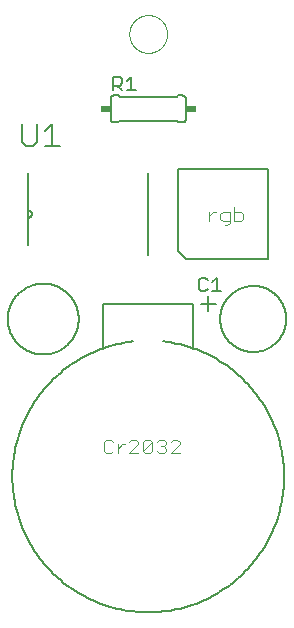
<source format=gto>
G75*
%MOIN*%
%OFA0B0*%
%FSLAX25Y25*%
%IPPOS*%
%LPD*%
%AMOC8*
5,1,8,0,0,1.08239X$1,22.5*
%
%ADD10C,0.00000*%
%ADD11C,0.00600*%
%ADD12C,0.00500*%
%ADD13R,0.03400X0.02400*%
%ADD14C,0.00800*%
%ADD15C,0.00400*%
D10*
X0045561Y0196800D02*
X0045563Y0196958D01*
X0045569Y0197116D01*
X0045579Y0197274D01*
X0045593Y0197432D01*
X0045611Y0197589D01*
X0045632Y0197746D01*
X0045658Y0197902D01*
X0045688Y0198058D01*
X0045721Y0198213D01*
X0045759Y0198366D01*
X0045800Y0198519D01*
X0045845Y0198671D01*
X0045894Y0198822D01*
X0045947Y0198971D01*
X0046003Y0199119D01*
X0046063Y0199265D01*
X0046127Y0199410D01*
X0046195Y0199553D01*
X0046266Y0199695D01*
X0046340Y0199835D01*
X0046418Y0199972D01*
X0046500Y0200108D01*
X0046584Y0200242D01*
X0046673Y0200373D01*
X0046764Y0200502D01*
X0046859Y0200629D01*
X0046956Y0200754D01*
X0047057Y0200876D01*
X0047161Y0200995D01*
X0047268Y0201112D01*
X0047378Y0201226D01*
X0047491Y0201337D01*
X0047606Y0201446D01*
X0047724Y0201551D01*
X0047845Y0201653D01*
X0047968Y0201753D01*
X0048094Y0201849D01*
X0048222Y0201942D01*
X0048352Y0202032D01*
X0048485Y0202118D01*
X0048620Y0202202D01*
X0048756Y0202281D01*
X0048895Y0202358D01*
X0049036Y0202430D01*
X0049178Y0202500D01*
X0049322Y0202565D01*
X0049468Y0202627D01*
X0049615Y0202685D01*
X0049764Y0202740D01*
X0049914Y0202791D01*
X0050065Y0202838D01*
X0050217Y0202881D01*
X0050370Y0202920D01*
X0050525Y0202956D01*
X0050680Y0202987D01*
X0050836Y0203015D01*
X0050992Y0203039D01*
X0051149Y0203059D01*
X0051307Y0203075D01*
X0051464Y0203087D01*
X0051623Y0203095D01*
X0051781Y0203099D01*
X0051939Y0203099D01*
X0052097Y0203095D01*
X0052256Y0203087D01*
X0052413Y0203075D01*
X0052571Y0203059D01*
X0052728Y0203039D01*
X0052884Y0203015D01*
X0053040Y0202987D01*
X0053195Y0202956D01*
X0053350Y0202920D01*
X0053503Y0202881D01*
X0053655Y0202838D01*
X0053806Y0202791D01*
X0053956Y0202740D01*
X0054105Y0202685D01*
X0054252Y0202627D01*
X0054398Y0202565D01*
X0054542Y0202500D01*
X0054684Y0202430D01*
X0054825Y0202358D01*
X0054964Y0202281D01*
X0055100Y0202202D01*
X0055235Y0202118D01*
X0055368Y0202032D01*
X0055498Y0201942D01*
X0055626Y0201849D01*
X0055752Y0201753D01*
X0055875Y0201653D01*
X0055996Y0201551D01*
X0056114Y0201446D01*
X0056229Y0201337D01*
X0056342Y0201226D01*
X0056452Y0201112D01*
X0056559Y0200995D01*
X0056663Y0200876D01*
X0056764Y0200754D01*
X0056861Y0200629D01*
X0056956Y0200502D01*
X0057047Y0200373D01*
X0057136Y0200242D01*
X0057220Y0200108D01*
X0057302Y0199972D01*
X0057380Y0199835D01*
X0057454Y0199695D01*
X0057525Y0199553D01*
X0057593Y0199410D01*
X0057657Y0199265D01*
X0057717Y0199119D01*
X0057773Y0198971D01*
X0057826Y0198822D01*
X0057875Y0198671D01*
X0057920Y0198519D01*
X0057961Y0198366D01*
X0057999Y0198213D01*
X0058032Y0198058D01*
X0058062Y0197902D01*
X0058088Y0197746D01*
X0058109Y0197589D01*
X0058127Y0197432D01*
X0058141Y0197274D01*
X0058151Y0197116D01*
X0058157Y0196958D01*
X0058159Y0196800D01*
X0058157Y0196642D01*
X0058151Y0196484D01*
X0058141Y0196326D01*
X0058127Y0196168D01*
X0058109Y0196011D01*
X0058088Y0195854D01*
X0058062Y0195698D01*
X0058032Y0195542D01*
X0057999Y0195387D01*
X0057961Y0195234D01*
X0057920Y0195081D01*
X0057875Y0194929D01*
X0057826Y0194778D01*
X0057773Y0194629D01*
X0057717Y0194481D01*
X0057657Y0194335D01*
X0057593Y0194190D01*
X0057525Y0194047D01*
X0057454Y0193905D01*
X0057380Y0193765D01*
X0057302Y0193628D01*
X0057220Y0193492D01*
X0057136Y0193358D01*
X0057047Y0193227D01*
X0056956Y0193098D01*
X0056861Y0192971D01*
X0056764Y0192846D01*
X0056663Y0192724D01*
X0056559Y0192605D01*
X0056452Y0192488D01*
X0056342Y0192374D01*
X0056229Y0192263D01*
X0056114Y0192154D01*
X0055996Y0192049D01*
X0055875Y0191947D01*
X0055752Y0191847D01*
X0055626Y0191751D01*
X0055498Y0191658D01*
X0055368Y0191568D01*
X0055235Y0191482D01*
X0055100Y0191398D01*
X0054964Y0191319D01*
X0054825Y0191242D01*
X0054684Y0191170D01*
X0054542Y0191100D01*
X0054398Y0191035D01*
X0054252Y0190973D01*
X0054105Y0190915D01*
X0053956Y0190860D01*
X0053806Y0190809D01*
X0053655Y0190762D01*
X0053503Y0190719D01*
X0053350Y0190680D01*
X0053195Y0190644D01*
X0053040Y0190613D01*
X0052884Y0190585D01*
X0052728Y0190561D01*
X0052571Y0190541D01*
X0052413Y0190525D01*
X0052256Y0190513D01*
X0052097Y0190505D01*
X0051939Y0190501D01*
X0051781Y0190501D01*
X0051623Y0190505D01*
X0051464Y0190513D01*
X0051307Y0190525D01*
X0051149Y0190541D01*
X0050992Y0190561D01*
X0050836Y0190585D01*
X0050680Y0190613D01*
X0050525Y0190644D01*
X0050370Y0190680D01*
X0050217Y0190719D01*
X0050065Y0190762D01*
X0049914Y0190809D01*
X0049764Y0190860D01*
X0049615Y0190915D01*
X0049468Y0190973D01*
X0049322Y0191035D01*
X0049178Y0191100D01*
X0049036Y0191170D01*
X0048895Y0191242D01*
X0048756Y0191319D01*
X0048620Y0191398D01*
X0048485Y0191482D01*
X0048352Y0191568D01*
X0048222Y0191658D01*
X0048094Y0191751D01*
X0047968Y0191847D01*
X0047845Y0191947D01*
X0047724Y0192049D01*
X0047606Y0192154D01*
X0047491Y0192263D01*
X0047378Y0192374D01*
X0047268Y0192488D01*
X0047161Y0192605D01*
X0047057Y0192724D01*
X0046956Y0192846D01*
X0046859Y0192971D01*
X0046764Y0193098D01*
X0046673Y0193227D01*
X0046584Y0193358D01*
X0046500Y0193492D01*
X0046418Y0193628D01*
X0046340Y0193765D01*
X0046266Y0193905D01*
X0046195Y0194047D01*
X0046127Y0194190D01*
X0046063Y0194335D01*
X0046003Y0194481D01*
X0045947Y0194629D01*
X0045894Y0194778D01*
X0045845Y0194929D01*
X0045800Y0195081D01*
X0045759Y0195234D01*
X0045721Y0195387D01*
X0045688Y0195542D01*
X0045658Y0195698D01*
X0045632Y0195854D01*
X0045611Y0196011D01*
X0045593Y0196168D01*
X0045579Y0196326D01*
X0045569Y0196484D01*
X0045563Y0196642D01*
X0045561Y0196800D01*
D11*
X0041860Y0176300D02*
X0040360Y0176300D01*
X0040300Y0176298D01*
X0040239Y0176293D01*
X0040180Y0176284D01*
X0040121Y0176271D01*
X0040062Y0176255D01*
X0040005Y0176235D01*
X0039950Y0176212D01*
X0039895Y0176185D01*
X0039843Y0176156D01*
X0039792Y0176123D01*
X0039743Y0176087D01*
X0039697Y0176049D01*
X0039653Y0176007D01*
X0039611Y0175963D01*
X0039573Y0175917D01*
X0039537Y0175868D01*
X0039504Y0175817D01*
X0039475Y0175765D01*
X0039448Y0175710D01*
X0039425Y0175655D01*
X0039405Y0175598D01*
X0039389Y0175539D01*
X0039376Y0175480D01*
X0039367Y0175421D01*
X0039362Y0175360D01*
X0039360Y0175300D01*
X0039360Y0168300D01*
X0039362Y0168240D01*
X0039367Y0168179D01*
X0039376Y0168120D01*
X0039389Y0168061D01*
X0039405Y0168002D01*
X0039425Y0167945D01*
X0039448Y0167890D01*
X0039475Y0167835D01*
X0039504Y0167783D01*
X0039537Y0167732D01*
X0039573Y0167683D01*
X0039611Y0167637D01*
X0039653Y0167593D01*
X0039697Y0167551D01*
X0039743Y0167513D01*
X0039792Y0167477D01*
X0039843Y0167444D01*
X0039895Y0167415D01*
X0039950Y0167388D01*
X0040005Y0167365D01*
X0040062Y0167345D01*
X0040121Y0167329D01*
X0040180Y0167316D01*
X0040239Y0167307D01*
X0040300Y0167302D01*
X0040360Y0167300D01*
X0041860Y0167300D01*
X0042360Y0167800D01*
X0061360Y0167800D01*
X0061860Y0167300D01*
X0063360Y0167300D01*
X0063420Y0167302D01*
X0063481Y0167307D01*
X0063540Y0167316D01*
X0063599Y0167329D01*
X0063658Y0167345D01*
X0063715Y0167365D01*
X0063770Y0167388D01*
X0063825Y0167415D01*
X0063877Y0167444D01*
X0063928Y0167477D01*
X0063977Y0167513D01*
X0064023Y0167551D01*
X0064067Y0167593D01*
X0064109Y0167637D01*
X0064147Y0167683D01*
X0064183Y0167732D01*
X0064216Y0167783D01*
X0064245Y0167835D01*
X0064272Y0167890D01*
X0064295Y0167945D01*
X0064315Y0168002D01*
X0064331Y0168061D01*
X0064344Y0168120D01*
X0064353Y0168179D01*
X0064358Y0168240D01*
X0064360Y0168300D01*
X0064360Y0175300D01*
X0064358Y0175360D01*
X0064353Y0175421D01*
X0064344Y0175480D01*
X0064331Y0175539D01*
X0064315Y0175598D01*
X0064295Y0175655D01*
X0064272Y0175710D01*
X0064245Y0175765D01*
X0064216Y0175817D01*
X0064183Y0175868D01*
X0064147Y0175917D01*
X0064109Y0175963D01*
X0064067Y0176007D01*
X0064023Y0176049D01*
X0063977Y0176087D01*
X0063928Y0176123D01*
X0063877Y0176156D01*
X0063825Y0176185D01*
X0063770Y0176212D01*
X0063715Y0176235D01*
X0063658Y0176255D01*
X0063599Y0176271D01*
X0063540Y0176284D01*
X0063481Y0176293D01*
X0063420Y0176298D01*
X0063360Y0176300D01*
X0061860Y0176300D01*
X0061360Y0175800D01*
X0042360Y0175800D01*
X0041860Y0176300D01*
X0051860Y0150500D02*
X0051860Y0123100D01*
X0075860Y0101800D02*
X0075863Y0102070D01*
X0075873Y0102340D01*
X0075890Y0102609D01*
X0075913Y0102878D01*
X0075943Y0103147D01*
X0075979Y0103414D01*
X0076022Y0103681D01*
X0076071Y0103946D01*
X0076127Y0104210D01*
X0076190Y0104473D01*
X0076258Y0104734D01*
X0076334Y0104993D01*
X0076415Y0105250D01*
X0076503Y0105506D01*
X0076597Y0105759D01*
X0076697Y0106010D01*
X0076804Y0106258D01*
X0076916Y0106503D01*
X0077035Y0106746D01*
X0077159Y0106985D01*
X0077289Y0107222D01*
X0077425Y0107455D01*
X0077567Y0107685D01*
X0077714Y0107911D01*
X0077867Y0108134D01*
X0078025Y0108353D01*
X0078188Y0108568D01*
X0078357Y0108778D01*
X0078531Y0108985D01*
X0078710Y0109187D01*
X0078893Y0109385D01*
X0079082Y0109578D01*
X0079275Y0109767D01*
X0079473Y0109950D01*
X0079675Y0110129D01*
X0079882Y0110303D01*
X0080092Y0110472D01*
X0080307Y0110635D01*
X0080526Y0110793D01*
X0080749Y0110946D01*
X0080975Y0111093D01*
X0081205Y0111235D01*
X0081438Y0111371D01*
X0081675Y0111501D01*
X0081914Y0111625D01*
X0082157Y0111744D01*
X0082402Y0111856D01*
X0082650Y0111963D01*
X0082901Y0112063D01*
X0083154Y0112157D01*
X0083410Y0112245D01*
X0083667Y0112326D01*
X0083926Y0112402D01*
X0084187Y0112470D01*
X0084450Y0112533D01*
X0084714Y0112589D01*
X0084979Y0112638D01*
X0085246Y0112681D01*
X0085513Y0112717D01*
X0085782Y0112747D01*
X0086051Y0112770D01*
X0086320Y0112787D01*
X0086590Y0112797D01*
X0086860Y0112800D01*
X0087130Y0112797D01*
X0087400Y0112787D01*
X0087669Y0112770D01*
X0087938Y0112747D01*
X0088207Y0112717D01*
X0088474Y0112681D01*
X0088741Y0112638D01*
X0089006Y0112589D01*
X0089270Y0112533D01*
X0089533Y0112470D01*
X0089794Y0112402D01*
X0090053Y0112326D01*
X0090310Y0112245D01*
X0090566Y0112157D01*
X0090819Y0112063D01*
X0091070Y0111963D01*
X0091318Y0111856D01*
X0091563Y0111744D01*
X0091806Y0111625D01*
X0092045Y0111501D01*
X0092282Y0111371D01*
X0092515Y0111235D01*
X0092745Y0111093D01*
X0092971Y0110946D01*
X0093194Y0110793D01*
X0093413Y0110635D01*
X0093628Y0110472D01*
X0093838Y0110303D01*
X0094045Y0110129D01*
X0094247Y0109950D01*
X0094445Y0109767D01*
X0094638Y0109578D01*
X0094827Y0109385D01*
X0095010Y0109187D01*
X0095189Y0108985D01*
X0095363Y0108778D01*
X0095532Y0108568D01*
X0095695Y0108353D01*
X0095853Y0108134D01*
X0096006Y0107911D01*
X0096153Y0107685D01*
X0096295Y0107455D01*
X0096431Y0107222D01*
X0096561Y0106985D01*
X0096685Y0106746D01*
X0096804Y0106503D01*
X0096916Y0106258D01*
X0097023Y0106010D01*
X0097123Y0105759D01*
X0097217Y0105506D01*
X0097305Y0105250D01*
X0097386Y0104993D01*
X0097462Y0104734D01*
X0097530Y0104473D01*
X0097593Y0104210D01*
X0097649Y0103946D01*
X0097698Y0103681D01*
X0097741Y0103414D01*
X0097777Y0103147D01*
X0097807Y0102878D01*
X0097830Y0102609D01*
X0097847Y0102340D01*
X0097857Y0102070D01*
X0097860Y0101800D01*
X0097857Y0101530D01*
X0097847Y0101260D01*
X0097830Y0100991D01*
X0097807Y0100722D01*
X0097777Y0100453D01*
X0097741Y0100186D01*
X0097698Y0099919D01*
X0097649Y0099654D01*
X0097593Y0099390D01*
X0097530Y0099127D01*
X0097462Y0098866D01*
X0097386Y0098607D01*
X0097305Y0098350D01*
X0097217Y0098094D01*
X0097123Y0097841D01*
X0097023Y0097590D01*
X0096916Y0097342D01*
X0096804Y0097097D01*
X0096685Y0096854D01*
X0096561Y0096615D01*
X0096431Y0096378D01*
X0096295Y0096145D01*
X0096153Y0095915D01*
X0096006Y0095689D01*
X0095853Y0095466D01*
X0095695Y0095247D01*
X0095532Y0095032D01*
X0095363Y0094822D01*
X0095189Y0094615D01*
X0095010Y0094413D01*
X0094827Y0094215D01*
X0094638Y0094022D01*
X0094445Y0093833D01*
X0094247Y0093650D01*
X0094045Y0093471D01*
X0093838Y0093297D01*
X0093628Y0093128D01*
X0093413Y0092965D01*
X0093194Y0092807D01*
X0092971Y0092654D01*
X0092745Y0092507D01*
X0092515Y0092365D01*
X0092282Y0092229D01*
X0092045Y0092099D01*
X0091806Y0091975D01*
X0091563Y0091856D01*
X0091318Y0091744D01*
X0091070Y0091637D01*
X0090819Y0091537D01*
X0090566Y0091443D01*
X0090310Y0091355D01*
X0090053Y0091274D01*
X0089794Y0091198D01*
X0089533Y0091130D01*
X0089270Y0091067D01*
X0089006Y0091011D01*
X0088741Y0090962D01*
X0088474Y0090919D01*
X0088207Y0090883D01*
X0087938Y0090853D01*
X0087669Y0090830D01*
X0087400Y0090813D01*
X0087130Y0090803D01*
X0086860Y0090800D01*
X0086590Y0090803D01*
X0086320Y0090813D01*
X0086051Y0090830D01*
X0085782Y0090853D01*
X0085513Y0090883D01*
X0085246Y0090919D01*
X0084979Y0090962D01*
X0084714Y0091011D01*
X0084450Y0091067D01*
X0084187Y0091130D01*
X0083926Y0091198D01*
X0083667Y0091274D01*
X0083410Y0091355D01*
X0083154Y0091443D01*
X0082901Y0091537D01*
X0082650Y0091637D01*
X0082402Y0091744D01*
X0082157Y0091856D01*
X0081914Y0091975D01*
X0081675Y0092099D01*
X0081438Y0092229D01*
X0081205Y0092365D01*
X0080975Y0092507D01*
X0080749Y0092654D01*
X0080526Y0092807D01*
X0080307Y0092965D01*
X0080092Y0093128D01*
X0079882Y0093297D01*
X0079675Y0093471D01*
X0079473Y0093650D01*
X0079275Y0093833D01*
X0079082Y0094022D01*
X0078893Y0094215D01*
X0078710Y0094413D01*
X0078531Y0094615D01*
X0078357Y0094822D01*
X0078188Y0095032D01*
X0078025Y0095247D01*
X0077867Y0095466D01*
X0077714Y0095689D01*
X0077567Y0095915D01*
X0077425Y0096145D01*
X0077289Y0096378D01*
X0077159Y0096615D01*
X0077035Y0096854D01*
X0076916Y0097097D01*
X0076804Y0097342D01*
X0076697Y0097590D01*
X0076597Y0097841D01*
X0076503Y0098094D01*
X0076415Y0098350D01*
X0076334Y0098607D01*
X0076258Y0098866D01*
X0076190Y0099127D01*
X0076127Y0099390D01*
X0076071Y0099654D01*
X0076022Y0099919D01*
X0075979Y0100186D01*
X0075943Y0100453D01*
X0075913Y0100722D01*
X0075890Y0100991D01*
X0075873Y0101260D01*
X0075863Y0101530D01*
X0075860Y0101800D01*
X0011860Y0126300D02*
X0011860Y0135600D01*
X0011860Y0138000D01*
X0011860Y0150500D01*
X0011860Y0138000D02*
X0011929Y0137998D01*
X0011997Y0137992D01*
X0012065Y0137982D01*
X0012132Y0137969D01*
X0012198Y0137951D01*
X0012263Y0137930D01*
X0012327Y0137905D01*
X0012389Y0137877D01*
X0012450Y0137845D01*
X0012509Y0137810D01*
X0012565Y0137771D01*
X0012620Y0137729D01*
X0012671Y0137684D01*
X0012721Y0137636D01*
X0012767Y0137586D01*
X0012810Y0137533D01*
X0012851Y0137477D01*
X0012888Y0137420D01*
X0012921Y0137360D01*
X0012952Y0137298D01*
X0012978Y0137235D01*
X0013001Y0137171D01*
X0013021Y0137105D01*
X0013036Y0137038D01*
X0013048Y0136971D01*
X0013056Y0136903D01*
X0013060Y0136834D01*
X0013060Y0136766D01*
X0013056Y0136697D01*
X0013048Y0136629D01*
X0013036Y0136562D01*
X0013021Y0136495D01*
X0013001Y0136429D01*
X0012978Y0136365D01*
X0012952Y0136302D01*
X0012921Y0136240D01*
X0012888Y0136180D01*
X0012851Y0136123D01*
X0012810Y0136067D01*
X0012767Y0136014D01*
X0012721Y0135964D01*
X0012671Y0135916D01*
X0012620Y0135871D01*
X0012565Y0135829D01*
X0012509Y0135790D01*
X0012450Y0135755D01*
X0012389Y0135723D01*
X0012327Y0135695D01*
X0012263Y0135670D01*
X0012198Y0135649D01*
X0012132Y0135631D01*
X0012065Y0135618D01*
X0011997Y0135608D01*
X0011929Y0135602D01*
X0011860Y0135600D01*
D12*
X0005049Y0101800D02*
X0005053Y0102090D01*
X0005063Y0102380D01*
X0005081Y0102669D01*
X0005106Y0102958D01*
X0005138Y0103246D01*
X0005177Y0103533D01*
X0005223Y0103819D01*
X0005276Y0104104D01*
X0005336Y0104388D01*
X0005403Y0104670D01*
X0005477Y0104950D01*
X0005558Y0105229D01*
X0005645Y0105505D01*
X0005739Y0105779D01*
X0005840Y0106051D01*
X0005948Y0106320D01*
X0006062Y0106586D01*
X0006183Y0106850D01*
X0006310Y0107110D01*
X0006444Y0107368D01*
X0006583Y0107622D01*
X0006729Y0107872D01*
X0006881Y0108119D01*
X0007040Y0108362D01*
X0007204Y0108601D01*
X0007373Y0108836D01*
X0007549Y0109067D01*
X0007730Y0109293D01*
X0007917Y0109515D01*
X0008109Y0109732D01*
X0008306Y0109944D01*
X0008508Y0110152D01*
X0008716Y0110354D01*
X0008928Y0110551D01*
X0009145Y0110743D01*
X0009367Y0110930D01*
X0009593Y0111111D01*
X0009824Y0111287D01*
X0010059Y0111456D01*
X0010298Y0111620D01*
X0010541Y0111779D01*
X0010788Y0111931D01*
X0011038Y0112077D01*
X0011292Y0112216D01*
X0011550Y0112350D01*
X0011810Y0112477D01*
X0012074Y0112598D01*
X0012340Y0112712D01*
X0012609Y0112820D01*
X0012881Y0112921D01*
X0013155Y0113015D01*
X0013431Y0113102D01*
X0013710Y0113183D01*
X0013990Y0113257D01*
X0014272Y0113324D01*
X0014556Y0113384D01*
X0014841Y0113437D01*
X0015127Y0113483D01*
X0015414Y0113522D01*
X0015702Y0113554D01*
X0015991Y0113579D01*
X0016280Y0113597D01*
X0016570Y0113607D01*
X0016860Y0113611D01*
X0017150Y0113607D01*
X0017440Y0113597D01*
X0017729Y0113579D01*
X0018018Y0113554D01*
X0018306Y0113522D01*
X0018593Y0113483D01*
X0018879Y0113437D01*
X0019164Y0113384D01*
X0019448Y0113324D01*
X0019730Y0113257D01*
X0020010Y0113183D01*
X0020289Y0113102D01*
X0020565Y0113015D01*
X0020839Y0112921D01*
X0021111Y0112820D01*
X0021380Y0112712D01*
X0021646Y0112598D01*
X0021910Y0112477D01*
X0022170Y0112350D01*
X0022428Y0112216D01*
X0022682Y0112077D01*
X0022932Y0111931D01*
X0023179Y0111779D01*
X0023422Y0111620D01*
X0023661Y0111456D01*
X0023896Y0111287D01*
X0024127Y0111111D01*
X0024353Y0110930D01*
X0024575Y0110743D01*
X0024792Y0110551D01*
X0025004Y0110354D01*
X0025212Y0110152D01*
X0025414Y0109944D01*
X0025611Y0109732D01*
X0025803Y0109515D01*
X0025990Y0109293D01*
X0026171Y0109067D01*
X0026347Y0108836D01*
X0026516Y0108601D01*
X0026680Y0108362D01*
X0026839Y0108119D01*
X0026991Y0107872D01*
X0027137Y0107622D01*
X0027276Y0107368D01*
X0027410Y0107110D01*
X0027537Y0106850D01*
X0027658Y0106586D01*
X0027772Y0106320D01*
X0027880Y0106051D01*
X0027981Y0105779D01*
X0028075Y0105505D01*
X0028162Y0105229D01*
X0028243Y0104950D01*
X0028317Y0104670D01*
X0028384Y0104388D01*
X0028444Y0104104D01*
X0028497Y0103819D01*
X0028543Y0103533D01*
X0028582Y0103246D01*
X0028614Y0102958D01*
X0028639Y0102669D01*
X0028657Y0102380D01*
X0028667Y0102090D01*
X0028671Y0101800D01*
X0028667Y0101510D01*
X0028657Y0101220D01*
X0028639Y0100931D01*
X0028614Y0100642D01*
X0028582Y0100354D01*
X0028543Y0100067D01*
X0028497Y0099781D01*
X0028444Y0099496D01*
X0028384Y0099212D01*
X0028317Y0098930D01*
X0028243Y0098650D01*
X0028162Y0098371D01*
X0028075Y0098095D01*
X0027981Y0097821D01*
X0027880Y0097549D01*
X0027772Y0097280D01*
X0027658Y0097014D01*
X0027537Y0096750D01*
X0027410Y0096490D01*
X0027276Y0096232D01*
X0027137Y0095978D01*
X0026991Y0095728D01*
X0026839Y0095481D01*
X0026680Y0095238D01*
X0026516Y0094999D01*
X0026347Y0094764D01*
X0026171Y0094533D01*
X0025990Y0094307D01*
X0025803Y0094085D01*
X0025611Y0093868D01*
X0025414Y0093656D01*
X0025212Y0093448D01*
X0025004Y0093246D01*
X0024792Y0093049D01*
X0024575Y0092857D01*
X0024353Y0092670D01*
X0024127Y0092489D01*
X0023896Y0092313D01*
X0023661Y0092144D01*
X0023422Y0091980D01*
X0023179Y0091821D01*
X0022932Y0091669D01*
X0022682Y0091523D01*
X0022428Y0091384D01*
X0022170Y0091250D01*
X0021910Y0091123D01*
X0021646Y0091002D01*
X0021380Y0090888D01*
X0021111Y0090780D01*
X0020839Y0090679D01*
X0020565Y0090585D01*
X0020289Y0090498D01*
X0020010Y0090417D01*
X0019730Y0090343D01*
X0019448Y0090276D01*
X0019164Y0090216D01*
X0018879Y0090163D01*
X0018593Y0090117D01*
X0018306Y0090078D01*
X0018018Y0090046D01*
X0017729Y0090021D01*
X0017440Y0090003D01*
X0017150Y0089993D01*
X0016860Y0089989D01*
X0016570Y0089993D01*
X0016280Y0090003D01*
X0015991Y0090021D01*
X0015702Y0090046D01*
X0015414Y0090078D01*
X0015127Y0090117D01*
X0014841Y0090163D01*
X0014556Y0090216D01*
X0014272Y0090276D01*
X0013990Y0090343D01*
X0013710Y0090417D01*
X0013431Y0090498D01*
X0013155Y0090585D01*
X0012881Y0090679D01*
X0012609Y0090780D01*
X0012340Y0090888D01*
X0012074Y0091002D01*
X0011810Y0091123D01*
X0011550Y0091250D01*
X0011292Y0091384D01*
X0011038Y0091523D01*
X0010788Y0091669D01*
X0010541Y0091821D01*
X0010298Y0091980D01*
X0010059Y0092144D01*
X0009824Y0092313D01*
X0009593Y0092489D01*
X0009367Y0092670D01*
X0009145Y0092857D01*
X0008928Y0093049D01*
X0008716Y0093246D01*
X0008508Y0093448D01*
X0008306Y0093656D01*
X0008109Y0093868D01*
X0007917Y0094085D01*
X0007730Y0094307D01*
X0007549Y0094533D01*
X0007373Y0094764D01*
X0007204Y0094999D01*
X0007040Y0095238D01*
X0006881Y0095481D01*
X0006729Y0095728D01*
X0006583Y0095978D01*
X0006444Y0096232D01*
X0006310Y0096490D01*
X0006183Y0096750D01*
X0006062Y0097014D01*
X0005948Y0097280D01*
X0005840Y0097549D01*
X0005739Y0097821D01*
X0005645Y0098095D01*
X0005558Y0098371D01*
X0005477Y0098650D01*
X0005403Y0098930D01*
X0005336Y0099212D01*
X0005276Y0099496D01*
X0005223Y0099781D01*
X0005177Y0100067D01*
X0005138Y0100354D01*
X0005106Y0100642D01*
X0005081Y0100931D01*
X0005063Y0101220D01*
X0005053Y0101510D01*
X0005049Y0101800D01*
X0036860Y0106800D02*
X0036860Y0091800D01*
X0036860Y0106800D02*
X0066860Y0106800D01*
X0066860Y0091800D01*
X0071860Y0104300D02*
X0071860Y0109300D01*
X0070904Y0111050D02*
X0071655Y0111801D01*
X0070904Y0111050D02*
X0069403Y0111050D01*
X0068652Y0111801D01*
X0068652Y0114803D01*
X0069403Y0115554D01*
X0070904Y0115554D01*
X0071655Y0114803D01*
X0073256Y0114053D02*
X0074757Y0115554D01*
X0074757Y0111050D01*
X0073256Y0111050D02*
X0076259Y0111050D01*
X0074360Y0106800D02*
X0069360Y0106800D01*
X0064360Y0121800D02*
X0091860Y0121800D01*
X0091860Y0151800D01*
X0061860Y0151800D01*
X0061860Y0124300D01*
X0064360Y0121800D01*
X0047717Y0178050D02*
X0044714Y0178050D01*
X0046215Y0178050D02*
X0046215Y0182554D01*
X0044714Y0181053D01*
X0043113Y0181803D02*
X0043113Y0180302D01*
X0042362Y0179551D01*
X0040110Y0179551D01*
X0040110Y0178050D02*
X0040110Y0182554D01*
X0042362Y0182554D01*
X0043113Y0181803D01*
X0041611Y0179551D02*
X0043113Y0178050D01*
X0046860Y0094300D02*
X0045757Y0094164D01*
X0044658Y0094001D01*
X0043563Y0093810D01*
X0042474Y0093593D01*
X0041389Y0093350D01*
X0040312Y0093079D01*
X0039241Y0092783D01*
X0038178Y0092460D01*
X0037123Y0092111D01*
X0036076Y0091737D01*
X0035040Y0091337D01*
X0034013Y0090911D01*
X0032998Y0090461D01*
X0031993Y0089986D01*
X0031001Y0089486D01*
X0030021Y0088962D01*
X0029054Y0088414D01*
X0028101Y0087843D01*
X0027163Y0087248D01*
X0026239Y0086630D01*
X0025330Y0085990D01*
X0024438Y0085328D01*
X0023562Y0084645D01*
X0022703Y0083940D01*
X0021862Y0083214D01*
X0021039Y0082467D01*
X0020234Y0081701D01*
X0019449Y0080915D01*
X0018683Y0080110D01*
X0017937Y0079287D01*
X0017211Y0078445D01*
X0016506Y0077586D01*
X0015823Y0076710D01*
X0015161Y0075818D01*
X0014521Y0074909D01*
X0013904Y0073985D01*
X0013310Y0073046D01*
X0012739Y0072093D01*
X0012191Y0071126D01*
X0011667Y0070146D01*
X0011168Y0069154D01*
X0010693Y0068149D01*
X0010243Y0067133D01*
X0009818Y0066106D01*
X0009418Y0065070D01*
X0009044Y0064023D01*
X0008695Y0062968D01*
X0008373Y0061905D01*
X0008077Y0060834D01*
X0007807Y0059756D01*
X0007564Y0058672D01*
X0007347Y0057582D01*
X0007157Y0056487D01*
X0006994Y0055388D01*
X0006858Y0054285D01*
X0006750Y0053179D01*
X0006668Y0052071D01*
X0006613Y0050961D01*
X0006586Y0049851D01*
X0006586Y0048739D01*
X0006614Y0047629D01*
X0006668Y0046519D01*
X0006750Y0045411D01*
X0006859Y0044305D01*
X0006996Y0043202D01*
X0007159Y0042103D01*
X0007349Y0041008D01*
X0007566Y0039918D01*
X0007809Y0038834D01*
X0008079Y0037756D01*
X0008376Y0036686D01*
X0008698Y0035622D01*
X0009047Y0034567D01*
X0009421Y0033521D01*
X0009821Y0032484D01*
X0010247Y0031458D01*
X0010697Y0030442D01*
X0011172Y0029438D01*
X0011672Y0028445D01*
X0012196Y0027465D01*
X0012744Y0026498D01*
X0013315Y0025545D01*
X0013909Y0024607D01*
X0014527Y0023683D01*
X0015167Y0022774D01*
X0015829Y0021882D01*
X0016512Y0021006D01*
X0017217Y0020147D01*
X0017943Y0019306D01*
X0018689Y0018483D01*
X0019456Y0017678D01*
X0020241Y0016892D01*
X0021046Y0016126D01*
X0021870Y0015380D01*
X0022711Y0014654D01*
X0023570Y0013949D01*
X0024446Y0013266D01*
X0025338Y0012604D01*
X0026247Y0011964D01*
X0027171Y0011347D01*
X0028110Y0010752D01*
X0029063Y0010181D01*
X0030030Y0009633D01*
X0031010Y0009110D01*
X0032002Y0008610D01*
X0033007Y0008135D01*
X0034022Y0007685D01*
X0035049Y0007260D01*
X0036086Y0006860D01*
X0037132Y0006485D01*
X0038187Y0006137D01*
X0039250Y0005814D01*
X0040321Y0005518D01*
X0041399Y0005248D01*
X0042483Y0005005D01*
X0043573Y0004788D01*
X0044668Y0004598D01*
X0045767Y0004435D01*
X0046870Y0004299D01*
X0047976Y0004190D01*
X0049084Y0004108D01*
X0050194Y0004054D01*
X0051304Y0004026D01*
X0052416Y0004026D01*
X0053526Y0004054D01*
X0054636Y0004108D01*
X0055744Y0004190D01*
X0056850Y0004299D01*
X0057953Y0004435D01*
X0059052Y0004598D01*
X0060147Y0004788D01*
X0061237Y0005005D01*
X0062321Y0005248D01*
X0063399Y0005518D01*
X0064470Y0005814D01*
X0065533Y0006137D01*
X0066588Y0006485D01*
X0067634Y0006860D01*
X0068671Y0007260D01*
X0069698Y0007685D01*
X0070713Y0008135D01*
X0071718Y0008610D01*
X0072710Y0009110D01*
X0073690Y0009633D01*
X0074657Y0010181D01*
X0075610Y0010752D01*
X0076549Y0011347D01*
X0077473Y0011964D01*
X0078382Y0012604D01*
X0079274Y0013266D01*
X0080150Y0013949D01*
X0081009Y0014654D01*
X0081850Y0015380D01*
X0082674Y0016126D01*
X0083479Y0016892D01*
X0084264Y0017678D01*
X0085031Y0018483D01*
X0085777Y0019306D01*
X0086503Y0020147D01*
X0087208Y0021006D01*
X0087891Y0021882D01*
X0088553Y0022774D01*
X0089193Y0023683D01*
X0089811Y0024607D01*
X0090405Y0025545D01*
X0090976Y0026498D01*
X0091524Y0027465D01*
X0092048Y0028445D01*
X0092548Y0029438D01*
X0093023Y0030442D01*
X0093473Y0031458D01*
X0093899Y0032484D01*
X0094299Y0033521D01*
X0094673Y0034567D01*
X0095022Y0035622D01*
X0095344Y0036686D01*
X0095641Y0037756D01*
X0095911Y0038834D01*
X0096154Y0039918D01*
X0096371Y0041008D01*
X0096561Y0042103D01*
X0096724Y0043202D01*
X0096861Y0044305D01*
X0096970Y0045411D01*
X0097052Y0046519D01*
X0097106Y0047629D01*
X0097134Y0048739D01*
X0097134Y0049851D01*
X0097107Y0050961D01*
X0097052Y0052071D01*
X0096970Y0053179D01*
X0096862Y0054285D01*
X0096726Y0055388D01*
X0096563Y0056487D01*
X0096373Y0057582D01*
X0096156Y0058672D01*
X0095913Y0059756D01*
X0095643Y0060834D01*
X0095347Y0061905D01*
X0095025Y0062968D01*
X0094676Y0064023D01*
X0094302Y0065070D01*
X0093902Y0066106D01*
X0093477Y0067133D01*
X0093027Y0068149D01*
X0092552Y0069154D01*
X0092053Y0070146D01*
X0091529Y0071126D01*
X0090981Y0072093D01*
X0090410Y0073046D01*
X0089816Y0073985D01*
X0089199Y0074909D01*
X0088559Y0075818D01*
X0087897Y0076710D01*
X0087214Y0077586D01*
X0086509Y0078445D01*
X0085783Y0079287D01*
X0085037Y0080110D01*
X0084271Y0080915D01*
X0083486Y0081701D01*
X0082681Y0082467D01*
X0081858Y0083214D01*
X0081017Y0083940D01*
X0080158Y0084645D01*
X0079282Y0085328D01*
X0078390Y0085990D01*
X0077481Y0086630D01*
X0076557Y0087248D01*
X0075619Y0087843D01*
X0074666Y0088414D01*
X0073699Y0088962D01*
X0072719Y0089486D01*
X0071727Y0089986D01*
X0070722Y0090461D01*
X0069707Y0090911D01*
X0068680Y0091337D01*
X0067644Y0091737D01*
X0066597Y0092111D01*
X0065542Y0092460D01*
X0064479Y0092783D01*
X0063408Y0093079D01*
X0062331Y0093350D01*
X0061246Y0093593D01*
X0060157Y0093810D01*
X0059062Y0094001D01*
X0057963Y0094164D01*
X0056860Y0094300D01*
D13*
X0066060Y0171800D03*
X0037660Y0171800D03*
D14*
X0022298Y0159550D02*
X0017361Y0159550D01*
X0014748Y0160784D02*
X0014748Y0166956D01*
X0017361Y0164488D02*
X0019829Y0166956D01*
X0019829Y0159550D01*
X0014748Y0160784D02*
X0013513Y0159550D01*
X0011044Y0159550D01*
X0009810Y0160784D01*
X0009810Y0166956D01*
D15*
X0037827Y0057000D02*
X0039362Y0057000D01*
X0040129Y0057767D01*
X0041664Y0057000D02*
X0041664Y0060069D01*
X0041664Y0058535D02*
X0043199Y0060069D01*
X0043966Y0060069D01*
X0045501Y0060837D02*
X0046268Y0061604D01*
X0047803Y0061604D01*
X0048570Y0060837D01*
X0048570Y0060069D01*
X0045501Y0057000D01*
X0048570Y0057000D01*
X0050105Y0057767D02*
X0050105Y0060837D01*
X0050872Y0061604D01*
X0052406Y0061604D01*
X0053174Y0060837D01*
X0050105Y0057767D01*
X0050872Y0057000D01*
X0052406Y0057000D01*
X0053174Y0057767D01*
X0053174Y0060837D01*
X0054708Y0060837D02*
X0055476Y0061604D01*
X0057010Y0061604D01*
X0057778Y0060837D01*
X0057778Y0060069D01*
X0057010Y0059302D01*
X0057778Y0058535D01*
X0057778Y0057767D01*
X0057010Y0057000D01*
X0055476Y0057000D01*
X0054708Y0057767D01*
X0056243Y0059302D02*
X0057010Y0059302D01*
X0059312Y0060837D02*
X0060080Y0061604D01*
X0061614Y0061604D01*
X0062382Y0060837D01*
X0062382Y0060069D01*
X0059312Y0057000D01*
X0062382Y0057000D01*
X0040129Y0060837D02*
X0039362Y0061604D01*
X0037827Y0061604D01*
X0037060Y0060837D01*
X0037060Y0057767D01*
X0037827Y0057000D01*
X0077431Y0132965D02*
X0078199Y0132965D01*
X0078966Y0133733D01*
X0078966Y0137569D01*
X0076664Y0137569D01*
X0075897Y0136802D01*
X0075897Y0135267D01*
X0076664Y0134500D01*
X0078966Y0134500D01*
X0080501Y0134500D02*
X0082803Y0134500D01*
X0083570Y0135267D01*
X0083570Y0136802D01*
X0082803Y0137569D01*
X0080501Y0137569D01*
X0080501Y0139104D02*
X0080501Y0134500D01*
X0074362Y0137569D02*
X0073595Y0137569D01*
X0072060Y0136035D01*
X0072060Y0137569D02*
X0072060Y0134500D01*
M02*

</source>
